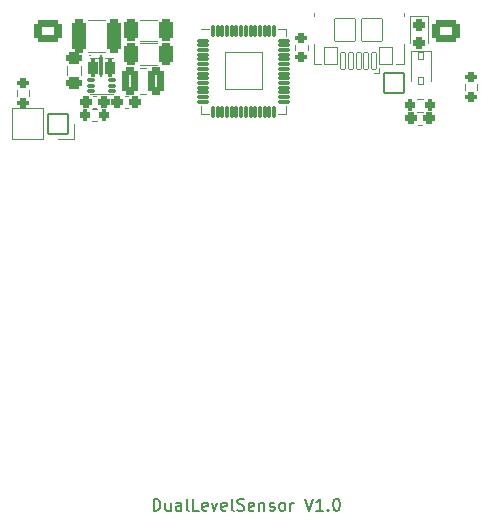
<source format=gto>
G04 #@! TF.GenerationSoftware,KiCad,Pcbnew,(6.0.7)*
G04 #@! TF.CreationDate,2022-10-27T11:33:36+02:00*
G04 #@! TF.ProjectId,DualLevelSensor,4475616c-4c65-4766-956c-53656e736f72,rev?*
G04 #@! TF.SameCoordinates,Original*
G04 #@! TF.FileFunction,Legend,Top*
G04 #@! TF.FilePolarity,Positive*
%FSLAX46Y46*%
G04 Gerber Fmt 4.6, Leading zero omitted, Abs format (unit mm)*
G04 Created by KiCad (PCBNEW (6.0.7)) date 2022-10-27 11:33:36*
%MOMM*%
%LPD*%
G01*
G04 APERTURE LIST*
G04 Aperture macros list*
%AMRoundRect*
0 Rectangle with rounded corners*
0 $1 Rounding radius*
0 $2 $3 $4 $5 $6 $7 $8 $9 X,Y pos of 4 corners*
0 Add a 4 corners polygon primitive as box body*
4,1,4,$2,$3,$4,$5,$6,$7,$8,$9,$2,$3,0*
0 Add four circle primitives for the rounded corners*
1,1,$1+$1,$2,$3*
1,1,$1+$1,$4,$5*
1,1,$1+$1,$6,$7*
1,1,$1+$1,$8,$9*
0 Add four rect primitives between the rounded corners*
20,1,$1+$1,$2,$3,$4,$5,0*
20,1,$1+$1,$4,$5,$6,$7,0*
20,1,$1+$1,$6,$7,$8,$9,0*
20,1,$1+$1,$8,$9,$2,$3,0*%
G04 Aperture macros list end*
%ADD10C,0.150000*%
%ADD11C,0.120000*%
%ADD12RoundRect,0.250000X0.200000X0.275000X-0.200000X0.275000X-0.200000X-0.275000X0.200000X-0.275000X0*%
%ADD13RoundRect,0.300000X-0.375000X-0.850000X0.375000X-0.850000X0.375000X0.850000X-0.375000X0.850000X0*%
%ADD14RoundRect,0.050000X0.200000X0.700000X-0.200000X0.700000X-0.200000X-0.700000X0.200000X-0.700000X0*%
%ADD15RoundRect,0.050000X0.575000X0.725000X-0.575000X0.725000X-0.575000X-0.725000X0.575000X-0.725000X0*%
%ADD16RoundRect,0.050000X0.875000X0.950000X-0.875000X0.950000X-0.875000X-0.950000X0.875000X-0.950000X0*%
%ADD17O,1.150000X2.000000*%
%ADD18RoundRect,0.275000X-0.225000X-0.250000X0.225000X-0.250000X0.225000X0.250000X-0.225000X0.250000X0*%
%ADD19RoundRect,0.050000X-0.850000X0.850000X-0.850000X-0.850000X0.850000X-0.850000X0.850000X0.850000X0*%
%ADD20O,1.800000X1.800000*%
%ADD21RoundRect,0.268750X-0.381250X0.218750X-0.381250X-0.218750X0.381250X-0.218750X0.381250X0.218750X0*%
%ADD22RoundRect,0.100000X-0.387500X-0.050000X0.387500X-0.050000X0.387500X0.050000X-0.387500X0.050000X0*%
%ADD23RoundRect,0.100000X-0.050000X-0.387500X0.050000X-0.387500X0.050000X0.387500X-0.050000X0.387500X0*%
%ADD24RoundRect,0.050000X-1.600000X-1.600000X1.600000X-1.600000X1.600000X1.600000X-1.600000X1.600000X0*%
%ADD25RoundRect,0.275000X0.225000X0.250000X-0.225000X0.250000X-0.225000X-0.250000X0.225000X-0.250000X0*%
%ADD26RoundRect,0.250000X-0.200000X-0.525000X0.200000X-0.525000X0.200000X0.525000X-0.200000X0.525000X0*%
%ADD27RoundRect,0.125000X-0.225000X-0.075000X0.225000X-0.075000X0.225000X0.075000X-0.225000X0.075000X0*%
%ADD28RoundRect,0.125000X-0.075000X-0.787500X0.075000X-0.787500X0.075000X0.787500X-0.075000X0.787500X0*%
%ADD29RoundRect,0.250000X0.275000X-0.200000X0.275000X0.200000X-0.275000X0.200000X-0.275000X-0.200000X0*%
%ADD30RoundRect,0.050000X-0.225000X0.300000X-0.225000X-0.300000X0.225000X-0.300000X0.225000X0.300000X0*%
%ADD31C,3.300000*%
%ADD32RoundRect,0.300000X-0.325000X-0.650000X0.325000X-0.650000X0.325000X0.650000X-0.325000X0.650000X0*%
%ADD33RoundRect,0.250000X-0.200000X-0.275000X0.200000X-0.275000X0.200000X0.275000X-0.200000X0.275000X0*%
%ADD34RoundRect,0.250000X-0.275000X0.200000X-0.275000X-0.200000X0.275000X-0.200000X0.275000X0.200000X0*%
%ADD35RoundRect,0.300000X0.325000X1.100000X-0.325000X1.100000X-0.325000X-1.100000X0.325000X-1.100000X0*%
%ADD36RoundRect,0.268750X-0.256250X0.218750X-0.256250X-0.218750X0.256250X-0.218750X0.256250X0.218750X0*%
%ADD37RoundRect,0.300000X-0.845000X0.620000X-0.845000X-0.620000X0.845000X-0.620000X0.845000X0.620000X0*%
%ADD38O,2.290000X1.840000*%
%ADD39RoundRect,0.050000X0.850000X-0.850000X0.850000X0.850000X-0.850000X0.850000X-0.850000X-0.850000X0*%
G04 APERTURE END LIST*
D10*
X87142857Y-71952380D02*
X87142857Y-70952380D01*
X87380952Y-70952380D01*
X87523809Y-71000000D01*
X87619047Y-71095238D01*
X87666666Y-71190476D01*
X87714285Y-71380952D01*
X87714285Y-71523809D01*
X87666666Y-71714285D01*
X87619047Y-71809523D01*
X87523809Y-71904761D01*
X87380952Y-71952380D01*
X87142857Y-71952380D01*
X88571428Y-71285714D02*
X88571428Y-71952380D01*
X88142857Y-71285714D02*
X88142857Y-71809523D01*
X88190476Y-71904761D01*
X88285714Y-71952380D01*
X88428571Y-71952380D01*
X88523809Y-71904761D01*
X88571428Y-71857142D01*
X89476190Y-71952380D02*
X89476190Y-71428571D01*
X89428571Y-71333333D01*
X89333333Y-71285714D01*
X89142857Y-71285714D01*
X89047619Y-71333333D01*
X89476190Y-71904761D02*
X89380952Y-71952380D01*
X89142857Y-71952380D01*
X89047619Y-71904761D01*
X89000000Y-71809523D01*
X89000000Y-71714285D01*
X89047619Y-71619047D01*
X89142857Y-71571428D01*
X89380952Y-71571428D01*
X89476190Y-71523809D01*
X90095238Y-71952380D02*
X90000000Y-71904761D01*
X89952380Y-71809523D01*
X89952380Y-70952380D01*
X90952380Y-71952380D02*
X90476190Y-71952380D01*
X90476190Y-70952380D01*
X91666666Y-71904761D02*
X91571428Y-71952380D01*
X91380952Y-71952380D01*
X91285714Y-71904761D01*
X91238095Y-71809523D01*
X91238095Y-71428571D01*
X91285714Y-71333333D01*
X91380952Y-71285714D01*
X91571428Y-71285714D01*
X91666666Y-71333333D01*
X91714285Y-71428571D01*
X91714285Y-71523809D01*
X91238095Y-71619047D01*
X92047619Y-71285714D02*
X92285714Y-71952380D01*
X92523809Y-71285714D01*
X93285714Y-71904761D02*
X93190476Y-71952380D01*
X93000000Y-71952380D01*
X92904761Y-71904761D01*
X92857142Y-71809523D01*
X92857142Y-71428571D01*
X92904761Y-71333333D01*
X93000000Y-71285714D01*
X93190476Y-71285714D01*
X93285714Y-71333333D01*
X93333333Y-71428571D01*
X93333333Y-71523809D01*
X92857142Y-71619047D01*
X93904761Y-71952380D02*
X93809523Y-71904761D01*
X93761904Y-71809523D01*
X93761904Y-70952380D01*
X94238095Y-71904761D02*
X94380952Y-71952380D01*
X94619047Y-71952380D01*
X94714285Y-71904761D01*
X94761904Y-71857142D01*
X94809523Y-71761904D01*
X94809523Y-71666666D01*
X94761904Y-71571428D01*
X94714285Y-71523809D01*
X94619047Y-71476190D01*
X94428571Y-71428571D01*
X94333333Y-71380952D01*
X94285714Y-71333333D01*
X94238095Y-71238095D01*
X94238095Y-71142857D01*
X94285714Y-71047619D01*
X94333333Y-71000000D01*
X94428571Y-70952380D01*
X94666666Y-70952380D01*
X94809523Y-71000000D01*
X95619047Y-71904761D02*
X95523809Y-71952380D01*
X95333333Y-71952380D01*
X95238095Y-71904761D01*
X95190476Y-71809523D01*
X95190476Y-71428571D01*
X95238095Y-71333333D01*
X95333333Y-71285714D01*
X95523809Y-71285714D01*
X95619047Y-71333333D01*
X95666666Y-71428571D01*
X95666666Y-71523809D01*
X95190476Y-71619047D01*
X96095238Y-71285714D02*
X96095238Y-71952380D01*
X96095238Y-71380952D02*
X96142857Y-71333333D01*
X96238095Y-71285714D01*
X96380952Y-71285714D01*
X96476190Y-71333333D01*
X96523809Y-71428571D01*
X96523809Y-71952380D01*
X96952380Y-71904761D02*
X97047619Y-71952380D01*
X97238095Y-71952380D01*
X97333333Y-71904761D01*
X97380952Y-71809523D01*
X97380952Y-71761904D01*
X97333333Y-71666666D01*
X97238095Y-71619047D01*
X97095238Y-71619047D01*
X97000000Y-71571428D01*
X96952380Y-71476190D01*
X96952380Y-71428571D01*
X97000000Y-71333333D01*
X97095238Y-71285714D01*
X97238095Y-71285714D01*
X97333333Y-71333333D01*
X97952380Y-71952380D02*
X97857142Y-71904761D01*
X97809523Y-71857142D01*
X97761904Y-71761904D01*
X97761904Y-71476190D01*
X97809523Y-71380952D01*
X97857142Y-71333333D01*
X97952380Y-71285714D01*
X98095238Y-71285714D01*
X98190476Y-71333333D01*
X98238095Y-71380952D01*
X98285714Y-71476190D01*
X98285714Y-71761904D01*
X98238095Y-71857142D01*
X98190476Y-71904761D01*
X98095238Y-71952380D01*
X97952380Y-71952380D01*
X98714285Y-71952380D02*
X98714285Y-71285714D01*
X98714285Y-71476190D02*
X98761904Y-71380952D01*
X98809523Y-71333333D01*
X98904761Y-71285714D01*
X99000000Y-71285714D01*
X99952380Y-70952380D02*
X100285714Y-71952380D01*
X100619047Y-70952380D01*
X101476190Y-71952380D02*
X100904761Y-71952380D01*
X101190476Y-71952380D02*
X101190476Y-70952380D01*
X101095238Y-71095238D01*
X101000000Y-71190476D01*
X100904761Y-71238095D01*
X101904761Y-71857142D02*
X101952380Y-71904761D01*
X101904761Y-71952380D01*
X101857142Y-71904761D01*
X101904761Y-71857142D01*
X101904761Y-71952380D01*
X102571428Y-70952380D02*
X102666666Y-70952380D01*
X102761904Y-71000000D01*
X102809523Y-71047619D01*
X102857142Y-71142857D01*
X102904761Y-71333333D01*
X102904761Y-71571428D01*
X102857142Y-71761904D01*
X102809523Y-71857142D01*
X102761904Y-71904761D01*
X102666666Y-71952380D01*
X102571428Y-71952380D01*
X102476190Y-71904761D01*
X102428571Y-71857142D01*
X102380952Y-71761904D01*
X102333333Y-71571428D01*
X102333333Y-71333333D01*
X102380952Y-71142857D01*
X102428571Y-71047619D01*
X102476190Y-71000000D01*
X102571428Y-70952380D01*
D11*
X82387258Y-38972500D02*
X81912742Y-38972500D01*
X82387258Y-37927500D02*
X81912742Y-37927500D01*
X85963748Y-34440000D02*
X86486252Y-34440000D01*
X85963748Y-36660000D02*
X86486252Y-36660000D01*
X108310000Y-29860000D02*
X108310000Y-30070000D01*
X100690000Y-34160000D02*
X101340000Y-34160000D01*
X108310000Y-32430000D02*
X108310000Y-34160000D01*
X106260000Y-34860000D02*
X106260000Y-34470000D01*
X106260000Y-34860000D02*
X105810000Y-34860000D01*
X108310000Y-34160000D02*
X107650000Y-34160000D01*
X100690000Y-29860000D02*
X100690000Y-30070000D01*
X100690000Y-32430000D02*
X100690000Y-34160000D01*
X109559420Y-39260000D02*
X109840580Y-39260000D01*
X109559420Y-38240000D02*
X109840580Y-38240000D01*
X77780000Y-40505000D02*
X75180000Y-40505000D01*
X80380000Y-40505000D02*
X79050000Y-40505000D01*
X75180000Y-37845000D02*
X75180000Y-40505000D01*
X80380000Y-39175000D02*
X80380000Y-40505000D01*
X77780000Y-37845000D02*
X77780000Y-40505000D01*
X77780000Y-37845000D02*
X75180000Y-37845000D01*
X79840000Y-34300378D02*
X79840000Y-35099622D01*
X80960000Y-34300378D02*
X80960000Y-35099622D01*
X98360000Y-38360000D02*
X98360000Y-37710000D01*
X91790000Y-38360000D02*
X91140000Y-38360000D01*
X91790000Y-31140000D02*
X91140000Y-31140000D01*
X98360000Y-31140000D02*
X98360000Y-31790000D01*
X91140000Y-38360000D02*
X91140000Y-37710000D01*
X97710000Y-38360000D02*
X98360000Y-38360000D01*
X97710000Y-31140000D02*
X98360000Y-31140000D01*
X84965580Y-37860000D02*
X84684420Y-37860000D01*
X84965580Y-36840000D02*
X84684420Y-36840000D01*
X81725000Y-33650000D02*
X82425000Y-33650000D01*
X81725000Y-36650000D02*
X83725000Y-36650000D01*
X83725000Y-33650000D02*
X83025000Y-33650000D01*
X81775000Y-33400000D02*
G75*
G03*
X81775000Y-33400000I-50000J0D01*
G01*
X113477500Y-36337258D02*
X113477500Y-35862742D01*
X114522500Y-36337258D02*
X114522500Y-35862742D01*
X110650000Y-33000000D02*
X110650000Y-35550000D01*
X108950000Y-33000000D02*
X108950000Y-35550000D01*
X110650000Y-33000000D02*
X108950000Y-33000000D01*
X86013748Y-32390000D02*
X87436252Y-32390000D01*
X86013748Y-34210000D02*
X87436252Y-34210000D01*
X109462742Y-38172500D02*
X109937258Y-38172500D01*
X109462742Y-37127500D02*
X109937258Y-37127500D01*
X82290580Y-37860000D02*
X82009420Y-37860000D01*
X82290580Y-36840000D02*
X82009420Y-36840000D01*
X75577500Y-36362742D02*
X75577500Y-36837258D01*
X76622500Y-36362742D02*
X76622500Y-36837258D01*
X86013748Y-30390000D02*
X87436252Y-30390000D01*
X86013748Y-32210000D02*
X87436252Y-32210000D01*
X83036252Y-33110000D02*
X81613748Y-33110000D01*
X83036252Y-30390000D02*
X81613748Y-30390000D01*
X110335000Y-30115000D02*
X108865000Y-30115000D01*
X108865000Y-30115000D02*
X108865000Y-32400000D01*
X110335000Y-32400000D02*
X110335000Y-30115000D01*
X100172500Y-32987258D02*
X100172500Y-32512742D01*
X99127500Y-32987258D02*
X99127500Y-32512742D01*
%LPC*%
D12*
X82975000Y-38450000D03*
X81325000Y-38450000D03*
D13*
X85150000Y-35550000D03*
X87300000Y-35550000D03*
D14*
X105800000Y-33900000D03*
X105150000Y-33900000D03*
X104500000Y-33900000D03*
X103850000Y-33900000D03*
X103200000Y-33900000D03*
D15*
X102180000Y-33480000D03*
D16*
X103375000Y-31250000D03*
X105625000Y-31250000D03*
D17*
X108075000Y-31250000D03*
X100925000Y-31250000D03*
D15*
X106820000Y-33480000D03*
D18*
X108925000Y-38750000D03*
X110475000Y-38750000D03*
D19*
X79050000Y-39175000D03*
D20*
X76510000Y-39175000D03*
D21*
X80400000Y-33637500D03*
X80400000Y-35762500D03*
D22*
X91312500Y-32150000D03*
X91312500Y-32550000D03*
X91312500Y-32950000D03*
X91312500Y-33350000D03*
X91312500Y-33750000D03*
X91312500Y-34150000D03*
X91312500Y-34550000D03*
X91312500Y-34950000D03*
X91312500Y-35350000D03*
X91312500Y-35750000D03*
X91312500Y-36150000D03*
X91312500Y-36550000D03*
X91312500Y-36950000D03*
X91312500Y-37350000D03*
D23*
X92150000Y-38187500D03*
X92550000Y-38187500D03*
X92950000Y-38187500D03*
X93350000Y-38187500D03*
X93750000Y-38187500D03*
X94150000Y-38187500D03*
X94550000Y-38187500D03*
X94950000Y-38187500D03*
X95350000Y-38187500D03*
X95750000Y-38187500D03*
X96150000Y-38187500D03*
X96550000Y-38187500D03*
X96950000Y-38187500D03*
X97350000Y-38187500D03*
D22*
X98187500Y-37350000D03*
X98187500Y-36950000D03*
X98187500Y-36550000D03*
X98187500Y-36150000D03*
X98187500Y-35750000D03*
X98187500Y-35350000D03*
X98187500Y-34950000D03*
X98187500Y-34550000D03*
X98187500Y-34150000D03*
X98187500Y-33750000D03*
X98187500Y-33350000D03*
X98187500Y-32950000D03*
X98187500Y-32550000D03*
X98187500Y-32150000D03*
D23*
X97350000Y-31312500D03*
X96950000Y-31312500D03*
X96550000Y-31312500D03*
X96150000Y-31312500D03*
X95750000Y-31312500D03*
X95350000Y-31312500D03*
X94950000Y-31312500D03*
X94550000Y-31312500D03*
X94150000Y-31312500D03*
X93750000Y-31312500D03*
X93350000Y-31312500D03*
X92950000Y-31312500D03*
X92550000Y-31312500D03*
X92150000Y-31312500D03*
D24*
X94750000Y-34750000D03*
D25*
X85600000Y-37350000D03*
X84050000Y-37350000D03*
D26*
X81975000Y-34462500D03*
D27*
X81875000Y-35512500D03*
X81875000Y-35962500D03*
X81875000Y-36412500D03*
X83575000Y-36412500D03*
X83575000Y-35962500D03*
X83575000Y-35512500D03*
D26*
X83475000Y-34462500D03*
D28*
X82725000Y-34325000D03*
D29*
X114000000Y-36925000D03*
X114000000Y-35275000D03*
D30*
X109800000Y-33450000D03*
X109800000Y-35550000D03*
D31*
X71500000Y-33500000D03*
D32*
X85250000Y-33300000D03*
X88200000Y-33300000D03*
D31*
X118500000Y-33500000D03*
D33*
X108875000Y-37650000D03*
X110525000Y-37650000D03*
D25*
X82925000Y-37350000D03*
X81375000Y-37350000D03*
D34*
X76100000Y-35775000D03*
X76100000Y-37425000D03*
D32*
X85250000Y-31300000D03*
X88200000Y-31300000D03*
D35*
X83800000Y-31750000D03*
X80850000Y-31750000D03*
D36*
X109600000Y-30812500D03*
X109600000Y-32387500D03*
D29*
X99650000Y-33575000D03*
X99650000Y-31925000D03*
D37*
X111920000Y-31360000D03*
D38*
X111920000Y-33900000D03*
X111920000Y-36440000D03*
D39*
X107500000Y-35750000D03*
D20*
X104960000Y-35750000D03*
X102420000Y-35750000D03*
D37*
X78170000Y-31360000D03*
D38*
X78170000Y-33900000D03*
X78170000Y-36440000D03*
M02*

</source>
